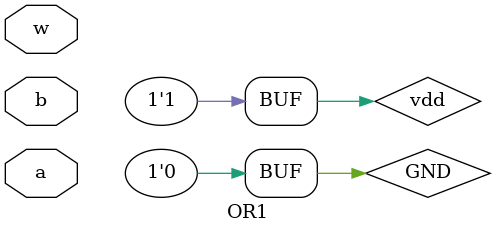
<source format=v>
`timescale 1ns/1ns
module OR1(input a , b ,w);
 supply1 vdd;
 supply0 GND;
 wire i,j;
 pmos #(5,6,7) T1(i,vdd,a);
 pmos #(5,6,7) T2(j,i,b);
 nmos #(3,4,5) T3(j,GND,b);
 nmos #(3,4,5) T4(j,GND,a);
 pmos #(5,6,7) T5(w,vdd,j);
 nmos #(3,4,5) T6(w,GND,j); 
endmodule 

</source>
